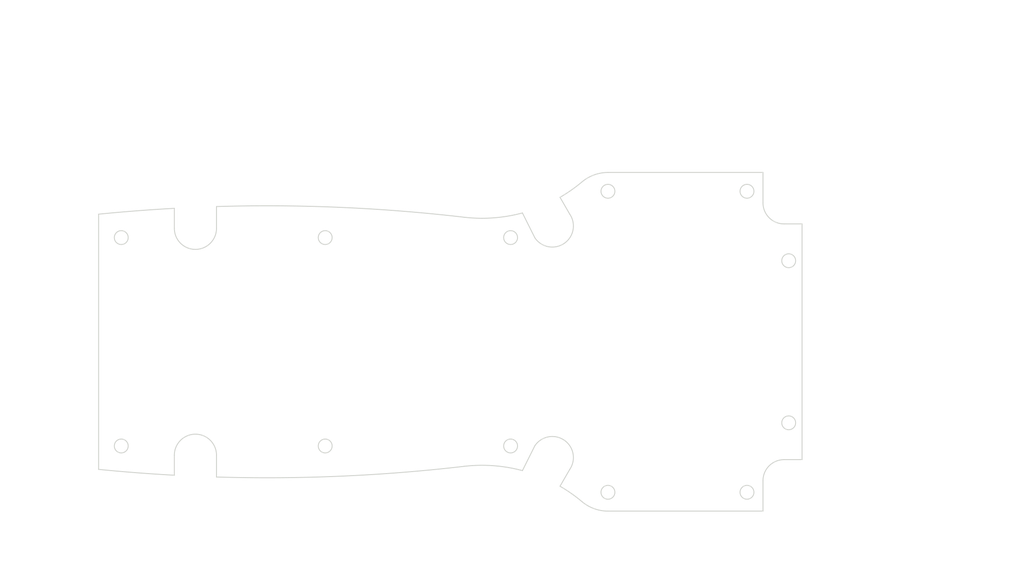
<source format=kicad_pcb>
(kicad_pcb (version 20221018) (generator pcbnew)

  (general
    (thickness 1.6)
  )

  (paper "A4")
  (layers
    (0 "F.Cu" signal)
    (31 "B.Cu" signal)
    (32 "B.Adhes" user "B.Adhesive")
    (33 "F.Adhes" user "F.Adhesive")
    (34 "B.Paste" user)
    (35 "F.Paste" user)
    (36 "B.SilkS" user "B.Silkscreen")
    (37 "F.SilkS" user "F.Silkscreen")
    (38 "B.Mask" user)
    (39 "F.Mask" user)
    (40 "Dwgs.User" user "User.Drawings")
    (41 "Cmts.User" user "User.Comments")
    (42 "Eco1.User" user "User.Eco1")
    (43 "Eco2.User" user "User.Eco2")
    (44 "Edge.Cuts" user)
    (45 "Margin" user)
    (46 "B.CrtYd" user "B.Courtyard")
    (47 "F.CrtYd" user "F.Courtyard")
    (48 "B.Fab" user)
    (49 "F.Fab" user)
  )

  (setup
    (pad_to_mask_clearance 0.051)
    (solder_mask_min_width 0.25)
    (pcbplotparams
      (layerselection 0x00010fc_ffffffff)
      (plot_on_all_layers_selection 0x0000000_00000000)
      (disableapertmacros false)
      (usegerberextensions false)
      (usegerberattributes false)
      (usegerberadvancedattributes false)
      (creategerberjobfile false)
      (dashed_line_dash_ratio 12.000000)
      (dashed_line_gap_ratio 3.000000)
      (svgprecision 4)
      (plotframeref false)
      (viasonmask false)
      (mode 1)
      (useauxorigin false)
      (hpglpennumber 1)
      (hpglpenspeed 20)
      (hpglpendiameter 15.000000)
      (dxfpolygonmode true)
      (dxfimperialunits true)
      (dxfusepcbnewfont true)
      (psnegative false)
      (psa4output false)
      (plotreference true)
      (plotvalue true)
      (plotinvisibletext false)
      (sketchpadsonfab false)
      (subtractmaskfromsilk false)
      (outputformat 1)
      (mirror false)
      (drillshape 1)
      (scaleselection 1)
      (outputdirectory "")
    )
  )

  (net 0 "")

  (gr_line (start 130.39065 82.328136) (end 130.39065 92.264342)
    (stroke (width 0.2) (type solid)) (layer "Dwgs.User") (tstamp 01abd3e6-8403-4230-81cb-85b24ad065e8))
  (gr_line (start 202.713876 42.90706) (end 176.713876 42.90706)
    (stroke (width 0.2) (type solid)) (layer "Dwgs.User") (tstamp 03af044e-0505-408c-9ccc-69c9ec1b1e42))
  (gr_line (start 115.713876 125.328136) (end 111.713876 125.328136)
    (stroke (width 0.2) (type solid)) (layer "Dwgs.User") (tstamp 045e5869-a340-446d-95f8-a7741f2e08a0))
  (gr_line (start 90.762015 127.328136) (end 80.665737 127.328136)
    (stroke (width 0.2) (type solid)) (layer "Dwgs.User") (tstamp 0ee3f000-e778-429c-b839-99927279daaf))
  (gr_line (start 212.963876 72.828136) (end 207.665737 72.828136)
    (stroke (width 0.2) (type solid)) (layer "Dwgs.User") (tstamp 0fa03bea-113e-4e73-a668-314ccbc92f91))
  (gr_line (start 223.713876 118.328136) (end 223.713876 100.560133)
    (stroke (width 0.2) (type solid)) (layer "Dwgs.User") (tstamp 1056923a-8696-443a-90b8-756d1c9f35b8))
  (gr_line (start 167.762015 77.828136) (end 162.463876 77.828136)
    (stroke (width 0.2) (type solid)) (layer "Dwgs.User") (tstamp 1352bee7-94b6-4ac7-bfc1-ea9f1f578cfa))
  (gr_line (start 90.762015 78.328136) (end 80.665737 78.328136)
    (stroke (width 0.2) (type solid)) (layer "Dwgs.User") (tstamp 174bf528-8ceb-446e-9bec-e2fa49817c46))
  (gr_line (start 64.831698 151.614245) (end 56.671969 151.614245)
    (stroke (width 0.2) (type solid)) (layer "Dwgs.User") (tstamp 17e0696a-a72e-4f74-8ee1-2383d6ad8504))
  (gr_line (start 209.165737 139.392421) (end 263.62832 139.392421)
    (stroke (width 0.2) (type solid)) (layer "Dwgs.User") (tstamp 19187607-c210-40fa-94af-84e15bb1d1f1))
  (gr_line (start 172.713876 135.328136) (end 176.713876 135.328136)
    (stroke (width 0.2) (type solid)) (layer "Dwgs.User") (tstamp 1a173200-9ffa-46bc-a3f4-92267e9addfb))
  (gr_line (start 247.072574 130.828136) (end 247.072574 99.343122)
    (stroke (width 0.2) (type solid)) (layer "Dwgs.User") (tstamp 1e2ba83e-c5d5-48d8-b9f8-272f79041b58))
  (gr_line (start 113.713876 77.328136) (end 113.713876 62.958497)
    (stroke (width 0.2) (type solid)) (layer "Dwgs.User") (tstamp 219f6dab-2c34-47d0-b385-e6f9298ae632))
  (gr_line (start 213.713876 83.328136) (end 213.713876 122.328136)
    (stroke (width 0.2) (type solid)) (layer "Dwgs.User") (tstamp 24283a95-2e8a-4be1-9500-6a0b007f13b8))
  (gr_line (start 85.713876 78.078136) (end 85.713876 83.376275)
    (stroke (width 0.2) (type solid)) (layer "Dwgs.User") (tstamp 24f0eb61-9dc9-48ce-8585-231e56abed3b))
  (gr_line (start 69.713876 78.328136) (end 69.713876 82.328136)
    (stroke (width 0.2) (type solid)) (layer "Dwgs.User") (tstamp 27c7d5a1-41c4-4b3a-9928-f15964fb1df2))
  (gr_line (start 216.596054 76.376275) (end 216.596054 29.125063)
    (stroke (width 0.2) (type solid)) (layer "Dwgs.User") (tstamp 2e3b2f83-af76-4b5d-9e24-18ebe3913100))
  (gr_line (start 247.072574 74.828136) (end 247.072574 92.228251)
    (stroke (width 0.2) (type solid)) (layer "Dwgs.User") (tstamp 2f73fd0b-c6ec-4e08-8641-c98dd4cb08c7))
  (gr_line (start 69.713876 77.328136) (end 69.713876 62.625164)
    (stroke (width 0.2) (type solid)) (layer "Dwgs.User") (tstamp 3075ad9c-9b13-4849-a43f-f1007d571a00))
  (gr_line (start 57.309264 77.274564) (end 57.309264 95.573437)
    (stroke (width 0.2) (type solid)) (layer "Dwgs.User") (tstamp 33e46bc1-185b-4f25-996b-b405ca79d63b))
  (gr_line (start 83.713876 151.614245) (end 66.831698 151.614245)
    (stroke (width 0.2) (type solid)) (layer "Dwgs.User") (tstamp 3502c5ab-2c0f-42f2-9cc1-f9d9b8825c69))
  (gr_line (start 87.041283 80.328136) (end 87.041283 93.531868)
    (stroke (width 0.2) (type solid)) (layer "Dwgs.User") (tstamp 3dc1e52c-1db5-4e50-95ea-e8bf14f7aa08))
  (gr_line (start 66.831698 32.300063) (end 136.006543 32.300063)
    (stroke (width 0.2) (type solid)) (layer "Dwgs.User") (tstamp 3f253e59-864d-43d7-af8c-d402ba57e6ad))
  (gr_line (start 260.45332 137.392421) (end 260.45332 111.508015)
    (stroke (width 0.2) (type solid)) (layer "Dwgs.User") (tstamp 4003e172-3845-4910-a7a3-e07f00730f59))
  (gr_line (start 148.69627 137.043591) (end 156.79443 137.043591)
    (stroke (width 0.2) (type solid)) (layer "Dwgs.User") (tstamp 488ffd8a-968d-416a-b00d-2415e2f6e41b))
  (gr_line (start 212.713876 134.078136) (end 212.713876 154.84339)
    (stroke (width 0.2) (type solid)) (layer "Dwgs.User") (tstamp 49284a1e-c5cf-4a99-850c-e7d5e6cd3533))
  (gr_line (start 153.713876 54.040393) (end 122.680233 54.040393)
    (stroke (width 0.2) (type solid)) (layer "Dwgs.User") (tstamp 49657131-c520-4107-9ff1-468cac20ae6e))
  (gr_line (start 206.713876 135.328136) (end 172.713876 135.328136)
    (stroke (width 0.2) (type solid)) (layer "Dwgs.User") (tstamp 498455b7-0b4a-470f-b359-a65c6c70bf85))
  (gr_line (start 69.713876 78.328136) (end 69.713876 127.328136)
    (stroke (width 0.2) (type solid)) (layer "Dwgs.User") (tstamp 499662cd-1e3c-4f57-bfd1-c5a1b982ed25))
  (gr_line (start 85.713876 122.279997) (end 85.713876 127.578136)
    (stroke (width 0.2) (type solid)) (layer "Dwgs.User") (tstamp 4aeec539-f374-4093-9aa4-81a6c3f531a8))
  (gr_line (start 64.831698 74.274564) (end 64.831698 29.125063)
    (stroke (width 0.2) (type solid)) (layer "Dwgs.User") (tstamp 4bd4d323-14da-4ae9-8b47-7d0b7bf55da9))
  (gr_line (start 213.713876 54.040393) (end 218.388966 54.040393)
    (stroke (width 0.2) (type solid)) (layer "Dwgs.User") (tstamp 4c4b13be-d37b-49f5-a74e-dd3eaf289a34))
  (gr_line (start 100.213876 132.192421) (end 44.402812 132.192421)
    (stroke (width 0.2) (type solid)) (layer "Dwgs.User") (tstamp 4ce75a8c-7a78-417a-8f40-67f29f150a95))
  (gr_line (start 204.713876 68.328136) (end 204.713876 72.328136)
    (stroke (width 0.2) (type solid)) (layer "Dwgs.User") (tstamp 5073bb44-fe4a-4cbf-83b0-4c41535abbe8))
  (gr_line (start 174.713876 137.328136) (end 174.713876 68.328136)
    (stroke (width 0.2) (type solid)) (layer "Dwgs.User") (tstamp 512840b9-c660-4340-8ade-e3c86a039fb9))
  (gr_line (start 64.831698 74.274564) (end 64.831698 62.625164)
    (stroke (width 0.2) (type solid)) (layer "Dwgs.User") (tstamp 51df3219-a0b2-4fef-80ab-80b09c07f9e9))
  (gr_line (start 212.713876 127.779997) (end 212.713876 133.078136)
    (stroke (width 0.2) (type solid)) (layer "Dwgs.User") (tstamp 531bd27a-3308-4619-9d2f-4fda2e9f1efc))
  (gr_line (start 71.713876 125.328136) (end 67.713876 125.328136)
    (stroke (width 0.2) (type solid)) (layer "Dwgs.User") (tstamp 534b917b-1d4d-4b1d-9266-c5107ef21545))
  (gr_line (start 204.713876 67.328136) (end 204.713876 39.73206)
    (stroke (width 0.2) (type solid)) (layer "Dwgs.User") (tstamp 55affcff-3fcc-42a3-b8d1-a4757212db27))
  (gr_line (start 260.45332 68.263851) (end 260.45332 104.391985)
    (stroke (width 0.2) (type solid)) (layer "Dwgs.User") (tstamp 57f3266a-1f26-4bc0-9cb5-4390344e2cb0))
  (gr_line (start 162.713876 77.578136) (end 162.713876 82.876275)
    (stroke (width 0.2) (type solid)) (layer "Dwgs.User") (tstamp 59579fc1-7a45-4bd5-8ffc-6b9e75c8ccb1))
  (gr_line (start 209.165737 66.263851) (end 263.62832 66.263851)
    (stroke (width 0.2) (type solid)) (layer "Dwgs.User") (tstamp 5cb3da9d-f635-477b-a55d-c8f5bb5056a0))
  (gr_line (start 214.596054 32.300063) (end 145.421209 32.300063)
    (stroke (width 0.2) (type solid)) (layer "Dwgs.User") (tstamp 5ceec936-9082-4657-bef3-a9fc70a2defd))
  (gr_line (start 156.79443 137.043591) (end 164.091015 125.684191)
    (stroke (width 0.2) (type solid)) (layer "Dwgs.User") (tstamp 5d9d6aae-4cdd-4187-8f82-a33064f7080a))
  (gr_line (start 64.581698 102.828136) (end 216.846054 102.828136)
    (stroke (width 0.2) (type solid)) (layer "Dwgs.User") (tstamp 61ebc4ce-1140-48d1-9a0e-e41a634ada4c))
  (gr_line (start 111.713876 66.133497) (end 95.758487 66.133497)
    (stroke (width 0.2) (type solid)) (layer "Dwgs.User") (tstamp 63380e91-8ea8-4190-9fc6-eb764d38bf74))
  (gr_line (start 115.713876 66.133497) (end 129.669265 66.133497)
    (stroke (width 0.2) (type solid)) (layer "Dwgs.User") (tstamp 6749f904-0672-46bd-a099-93ee96e19e60))
  (gr_line (start 164.376977 125.828136) (end 164.376977 99.886223)
    (stroke (width 0.2) (type solid)) (layer "Dwgs.User") (tstamp 6765e8b1-519a-436a-a863-f8247f2e500b))
  (gr_line (start 172.713876 54.040393) (end 155.713876 54.040393)
    (stroke (width 0.2) (type solid)) (layer "Dwgs.User") (tstamp 69555d74-57fd-4e31-bc2a-656f23ad94e9))
  (gr_line (start 160.713876 151.614245) (end 134.769787 151.614245)
    (stroke (width 0.2) (type solid)) (layer "Dwgs.User") (tstamp 6e97a8ba-bc14-418b-8910-5f9b233cabf9))
  (gr_line (start 153.713876 77.328136) (end 153.713876 50.865393)
    (stroke (width 0.2) (type solid)) (layer "Dwgs.User") (tstamp 71ab234f-89fd-4cbd-8db6-e21660e029a6))
  (gr_line (start 212.963876 132.828136) (end 207.665737 132.828136)
    (stroke (width 0.2) (type solid)) (layer "Dwgs.User") (tstamp 745d3d06-5993-42dd-ae71-25e42b90feb4))
  (gr_line (start 190.084812 133.328136) (end 190.084812 99.886223)
    (stroke (width 0.2) (type solid)) (layer "Dwgs.User") (tstamp 78ac88f0-c244-4d1a-8d7d-98497044a9e8))
  (gr_line (start 234.908259 79.376275) (end 234.908259 102.872025)
    (stroke (width 0.2) (type solid)) (layer "Dwgs.User") (tstamp 7a87ef86-8e5b-49ca-b5b0-6f93c21eac46))
  (gr_line (start 69.623876 125.328136) (end 69.803876 125.328136)
    (stroke (width 0.2) (type solid)) (layer "Dwgs.User") (tstamp 7f747fc0-6ee0-44b2-a003-6706223c6f83))
  (gr_line (start 167.762015 127.828136) (end 162.463876 127.828136)
    (stroke (width 0.2) (type solid)) (layer "Dwgs.User") (tstamp 84ba1428-346a-4934-ad72-11f8a3b7d87c))
  (gr_line (start 234.908259 126.279997) (end 234.908259 109.986896)
    (stroke (width 0.2) (type solid)) (layer "Dwgs.User") (tstamp 84d6bd88-9ed3-4422-aa4c-ca41a62711d2))
  (gr_line (start 47.577812 130.192421) (end 47.577812 110.595691)
    (stroke (width 0.2) (type solid)) (layer "Dwgs.User") (tstamp 88af1b2b-436c-47d3-aa28-50bfda7cb2f8))
  (gr_line (start 213.713876 72.828136) (end 250.247574 72.828136)
    (stroke (width 0.2) (type solid)) (layer "Dwgs.User") (tstamp 898449a0-16af-4fd0-b983-a29b62ea7c54))
  (gr_line (start 162.713876 122.779997) (end 162.713876 128.078136)
    (stroke (width 0.2) (type solid)) (layer "Dwgs.User") (tstamp 8ba3b951-e87d-40c7-8fc5-ea72aed865e4))
  (gr_line (start 174.713876 42.90706) (end 158.724548 42.90706)
    (stroke (width 0.2) (type solid)) (layer "Dwgs.User") (tstamp 8dce330f-a70c-4c12-8664-1521c8a4522f))
  (gr_line (start 162.713876 129.678336) (end 162.713876 154.789245)
    (stroke (width 0.2) (type solid)) (layer "Dwgs.User") (tstamp 8fcf941d-bccf-4e1b-b3a6-ed13d7594f45))
  (gr_line (start 153.713876 77.328136) (end 153.713876 62.958497)
    (stroke (width 0.2) (type solid)) (layer "Dwgs.User") (tstamp 92db88dc-f90a-40f7-9645-59eb7eb610e4))
  (gr_line (start 85.713876 128.578136) (end 85.713876 154.789245)
    (stroke (width 0.2) (type solid)) (layer "Dwgs.User") (tstamp 93515998-024d-4c7f-9436-12fb4dbe732a))
  (gr_line (start 174.713876 68.328136) (end 174.713876 72.328136)
    (stroke (width 0.2) (type solid)) (layer "Dwgs.User") (tstamp 95f9d744-274a-4957-8e77-4d992e34b76d))
  (gr_line (start 215.713876 120.328136) (end 211.713876 120.328136)
    (stroke (width 0.2) (type solid)) (layer "Dwgs.User") (tstamp 9ca736e3-0c40-4653-99dd-18b1c22497ee))
  (gr_line (start 113.713876 77.328136) (end 113.713876 62.958497)
    (stroke (width 0.2) (type solid)) (layer "Dwgs.User") (tstamp 9d5fb6a7-8f43-4b97-9fe8-cb34549575b9))
  (gr_line (start 206.713876 135.328136) (end 202.713876 135.328136)
    (stroke (width 0.2) (type solid)) (layer "Dwgs.User") (tstamp 9f71e450-394b-4b3b-a883-cdf103b1d47d))
  (gr_line (start 130.39065 123.328136) (end 130.39065 99.379213)
    (stroke (width 0.2) (type solid)) (layer "Dwgs.User") (tstamp a166c325-7458-46c8-a3df-50db250cd497))
  (gr_line (start 217.596054 77.376275) (end 238.083259 77.376275)
    (stroke (width 0.2) (type solid)) (layer "Dwgs.User") (tstamp a178c012-6590-4eb2-8734-7a473017df7b))
  (gr_line (start 213.713876 132.828136) (end 250.247574 132.828136)
    (stroke (width 0.2) (type solid)) (layer "Dwgs.User") (tstamp a22ca0a2-3edf-4415-b1a9-dcf479f796b2))
  (gr_line (start 210.713876 151.66839) (end 191.758487 151.66839)
    (stroke (width 0.2) (type solid)) (layer "Dwgs.User") (tstamp a73e9647-3df6-4af2-b0bf-d326f1771139))
  (gr_line (start 153.713876 78.328136) (end 153.713876 127.328136)
    (stroke (width 0.2) (type solid)) (layer "Dwgs.User") (tstamp a750612f-0655-42ef-9046-132de08589b0))
  (gr_line (start 67.713876 80.328136) (end 155.713876 80.328136)
    (stroke (width 0.2) (type solid)) (layer "Dwgs.User") (tstamp a93eaba9-c075-40a4-b925-243306c24de5))
  (gr_line (start 155.713876 125.328136) (end 151.713876 125.328136)
    (stroke (width 0.2) (type solid)) (layer "Dwgs.User") (tstamp aaa61e5d-7cb0-4d9a-a435-640f3ca3f6e2))
  (gr_line (start 174.713876 67.328136) (end 174.713876 39.73206)
    (stroke (width 0.2) (type solid)) (layer "Dwgs.User") (tstamp abcc731b-f913-4261-8cc6-805cd760682e))
  (gr_line (start 63.831698 75.274564) (end 54.134264 75.274564)
    (stroke (width 0.2) (type solid)) (layer "Dwgs.User") (tstamp adff2b9a-d1ee-48f3-bbaf-015045f160de))
  (gr_line (start 71.713876 66.133497) (end 87.669265 66.133497)
    (stroke (width 0.2) (type solid)) (layer "Dwgs.User") (tstamp b67ca7ad-a4c8-4884-9b65-9e671cbea78e))
  (gr_line (start 204.713876 68.328136) (end 204.713876 137.328136)
    (stroke (width 0.2) (type solid)) (layer "Dwgs.User") (tstamp ba61ffa3-93c8-4751-bf75-840c90736dee))
  (gr_line (start 217.596054 128.279997) (end 238.083259 128.279997)
    (stroke (width 0.2) (type solid)) (layer "Dwgs.User") (tstamp bcac52de-8feb-4a94-ad75-12c4f7fc0794))
  (gr_line (start 204.713876 67.328136) (end 204.713876 50.865393)
    (stroke (width 0.2) (type solid)) (layer "Dwgs.User") (tstamp bcf39ebd-bd62-4a08-84c2-28da585c18c4))
  (gr_line (start 153.713876 78.328136) (end 153.713876 82.328136)
    (stroke (width 0.2) (type solid)) (layer "Dwgs.User") (tstamp beef6f2b-896f-4d40-bc63-e4e065becb98))
  (gr_line (start 63.831698 130.381709) (end 54.134264 130.381709)
    (stroke (width 0.2) (type solid)) (layer "Dwgs.User") (tstamp c35f636d-6d39-40fd-be01-396713a918d8))
  (gr_line (start 162.713876 129.078136) (end 162.713876 154.84339)
    (stroke (width 0.2) (type solid)) (layer "Dwgs.User") (tstamp c4c41b52-5e7e-47c5-bb68-864cd5984add))
  (gr_line (start 100.213876 73.463851) (end 44.402812 73.463851)
    (stroke (width 0.2) (type solid)) (layer "Dwgs.User") (tstamp ccef389f-697d-4802-aa34-f21da350b8ad))
  (gr_line (start 67.713876 125.328136) (end 155.713876 125.328136)
    (stroke (width 0.2) (type solid)) (layer "Dwgs.User") (tstamp d003ae3a-c059-40b6-b40e-7f8d9b4efaf9))
  (gr_line (start 215.713876 85.328136) (end 211.713876 85.328136)
    (stroke (width 0.2) (type solid)) (layer "Dwgs.User") (tstamp d0f9ce64-c697-492b-b0a5-9e4819df6150))
  (gr_line (start 213.713876 82.328136) (end 213.713876 50.865393)
    (stroke (width 0.2) (type solid)) (layer "Dwgs.User") (tstamp d1c7e340-d748-4c72-858e-488a8f9f3bb6))
  (gr_line (start 151.713876 66.133497) (end 137.758487 66.133497)
    (stroke (width 0.2) (type solid)) (layer "Dwgs.User") (tstamp d3cfbb2b-b93d-4a53-80b5-91fd943f2bd5))
  (gr_line (start 69.713876 77.328136) (end 69.713876 62.958497)
    (stroke (width 0.2) (type solid)) (layer "Dwgs.User") (tstamp d4f3646d-c1a7-41b6-add7-e9cdac1c6322))
  (gr_line (start 206.713876 54.040393) (end 211.713876 54.040393)
    (stroke (width 0.2) (type solid)) (layer "Dwgs.User") (tstamp d5415cf3-da6e-470a-9452-8c6dfa88ad78))
  (gr_line (start 172.713876 70.328136) (end 206.713876 70.328136)
    (stroke (width 0.2) (type solid)) (layer "Dwgs.User") (tstamp d7106655-ef14-4c30-9a58-fd76a04b3268))
  (gr_line (start 69.713876 125.418136) (end 69.713876 125.238136)
    (stroke (width 0.2) (type solid)) (layer "Dwgs.User") (tstamp db82b6fa-5648-42c0-8502-69d29e6d5e35))
  (gr_line (start 174.713876 67.328136) (end 174.713876 50.865393)
    (stroke (width 0.2) (type solid)) (layer "Dwgs.User") (tstamp dcb4bf9b-607b-4542-83e4-2a139b98fa98))
  (gr_line (start 85.713876 129.178336) (end 85.713876 154.789245)
    (stroke (width 0.2) (type solid)) (layer "Dwgs.User") (tstamp ddd62cc9-6f02-4060-b94c-465a631f8702))
  (gr_line (start 87.713876 151.614245) (end 122.103551 151.614245)
    (stroke (width 0.2) (type solid)) (layer "Dwgs.User") (tstamp df6727cb-91fc-4a12-8994-d91fe5ed59be))
  (gr_line (start 47.577812 75.463851) (end 47.577812 103.479661)
    (stroke (width 0.2) (type solid)) (layer "Dwgs.User") (tstamp e57a5a09-a801-4bfb-852f-779ef4869b06))
  (gr_line (start 64.831698 131.381709) (end 64.831698 154.789245)
    (stroke (width 0.2) (type solid)) (layer "Dwgs.User") (tstamp e7e42db7-1a56-42c9-8694-614def84fb52))
  (gr_line (start 164.713876 151.66839) (end 183.669265 151.66839)
    (stroke (width 0.2) (type solid)) (layer "Dwgs.User") (tstamp ea3f31ac-0082-494f-ac57-320d1a380567))
  (gr_line (start 113.713876 78.328136) (end 113.713876 127.328136)
    (stroke (width 0.2) (type solid)) (layer "Dwgs.User") (tstamp ebbf0871-c7b6-4f0b-9d2e-a577eedbcb00))
  (gr_line (start 214.713876 85.328136) (end 226.888876 85.328136)
    (stroke (width 0.2) (type solid)) (layer "Dwgs.User") (tstamp ecb66d61-0a62-4e57-b20b-512eace7d1a4))
  (gr_line (start 223.713876 87.328136) (end 223.713876 93.444103)
    (stroke (width 0.2) (type solid)) (layer "Dwgs.User") (tstamp ed8c545a-6397-4d6e-8446-e0f741800a9a))
  (gr_line (start 212.713876 72.578136) (end 212.713876 77.876275)
    (stroke (width 0.2) (type solid)) (layer "Dwgs.User") (tstamp ef03d6ce-a038-40b9-8a90-d2963453f214))
  (gr_line (start 87.041283 125.328136) (end 87.041283 100.646738)
    (stroke (width 0.2) (type solid)) (layer "Dwgs.User") (tstamp f09451fa-c6f4-40c6-b8be-a65a0e9cf62f))
  (gr_line (start 115.713876 80.328136) (end 111.713876 80.328136)
    (stroke (width 0.2) (type solid)) (layer "Dwgs.User") (tstamp f0c67098-6a7c-498f-9844-bf63bdadacf0))
  (gr_line (start 190.084812 72.328136) (end 190.084812 92.771353)
    (stroke (width 0.2) (type solid)) (layer "Dwgs.User") (tstamp f77a0a68-3e8f-4d74-a742-8b365ddeab3e))
  (gr_line (start 62.831698 65.800164) (end 58.161246 65.800164)
    (stroke (width 0.2) (type solid)) (layer "Dwgs.User") (tstamp f7ce685c-ba99-4098-9e01-85aca88591ec))
  (gr_line (start 71.713876 65.800164) (end 73.713876 65.800164)
    (stroke (width 0.2) (type solid)) (layer "Dwgs.User") (tstamp f97b8e27-3170-4dbf-ad98-62be1d098c4b))
  (gr_line (start 164.376977 79.828136) (end 164.376977 92.771353)
    (stroke (width 0.2) (type solid)) (layer "Dwgs.User") (tstamp fafeb744-99fe-4f06-a849-ad1d8310854a))
  (gr_line (start 57.309264 128.381709) (end 57.309264 102.688308)
    (stroke (width 0.2) (type solid)) (layer "Dwgs.User") (tstamp fb2616c5-93eb-4c07-8335-c441e5e8158f))
  (gr_line (start 214.713876 120.328136) (end 226.888876 120.328136)
    (stroke (width 0.2) (type solid)) (layer "Dwgs.User") (tstamp fc29964b-09c6-4a96-b6c2-994e617e67f3))
  (gr_line (start 208.165737 139.392421) (end 208.165737 132.828136)
    (stroke (width 0.2) (type solid)) (layer "Edge.Cuts") (tstamp 001d3d41-26a9-42dd-af5a-72468124feb5))
  (gr_circle (center 213.713876 120.328136) (end 215.213876 120.328136)
    (stroke (width 0.2) (type solid)) (fill none) (layer "Edge.Cuts") (tstamp 04de4426-c336-41f7-8a99-fea9f5959c89))
  (gr_line (start 156.264425 75.008409) (end 158.950256 80.381709)
    (stroke (width 0.2) (type solid)) (layer "Edge.Cuts") (tstamp 0ba85549-297c-4b9e-a624-eb0bdc7d0ac7))
  (gr_arc (start 164.375899 134.021783) (mid 166.812507 135.579387) (end 169.105762 137.341254)
    (stroke (width 0.2) (type solid)) (layer "Edge.Cuts") (tstamp 1143600b-742d-4429-be8e-2a96ea3d7887))
  (gr_arc (start 174.740187 139.392421) (mid 171.742103 138.86368) (end 169.105762 137.341254)
    (stroke (width 0.2) (type solid)) (layer "Edge.Cuts") (tstamp 1d364ede-3930-449a-9596-05f1c413dbf7))
  (gr_circle (center 113.713876 80.328136) (end 115.213876 80.328136)
    (stroke (width 0.2) (type solid)) (fill none) (layer "Edge.Cuts") (tstamp 25f71e50-b73c-48f2-a188-37c87fa7f6db))
  (gr_arc (start 166.477496 75.274563) (mid 165.267449 81.591756) (end 158.950256 80.381709)
    (stroke (width 0.2) (type solid)) (layer "Edge.Cuts") (tstamp 270074fa-4225-448e-8bea-b48be53ed02e))
  (gr_arc (start 90.262015 73.62756) (mid 117.011433 73.804558) (end 143.676655 75.932618)
    (stroke (width 0.2) (type solid)) (layer "Edge.Cuts") (tstamp 2e7fe2e3-9186-4cc1-a4f0-7bdc9edcc8b5))
  (gr_line (start 81.165737 74.012723) (end 81.165737 78.328136)
    (stroke (width 0.2) (type solid)) (layer "Edge.Cuts") (tstamp 36ba8b31-b1a3-4079-bc53-5b0db0dba1f5))
  (gr_circle (center 174.713876 135.328136) (end 176.213876 135.328136)
    (stroke (width 0.2) (type solid)) (fill none) (layer "Edge.Cuts") (tstamp 3fd64e79-375a-4229-a7cd-7e5852ffa4e2))
  (gr_line (start 64.831698 130.381709) (end 64.831698 75.274564)
    (stroke (width 0.2) (type solid)) (layer "Edge.Cuts") (tstamp 436c90d9-aa7b-4436-835a-4a87b9cce847))
  (gr_arc (start 81.165737 131.643549) (mid 72.991664 131.103929) (end 64.831698 130.381709)
    (stroke (width 0.2) (type solid)) (layer "Edge.Cuts") (tstamp 466b878e-7dc0-48ab-961c-c096e072b7ef))
  (gr_arc (start 143.676655 129.723655) (mid 117.011433 131.851715) (end 90.262015 132.028713)
    (stroke (width 0.2) (type solid)) (layer "Edge.Cuts") (tstamp 48f27da3-d0ea-43a1-bc72-76e93471be9f))
  (gr_line (start 216.596054 128.279997) (end 216.596054 77.376275)
    (stroke (width 0.2) (type solid)) (layer "Edge.Cuts") (tstamp 4d12c265-aa7c-4fd1-a8cb-975a5149b83b))
  (gr_line (start 174.740187 66.263851) (end 208.165737 66.263851)
    (stroke (width 0.2) (type solid)) (layer "Edge.Cuts") (tstamp 5274934f-f329-4591-b774-f56caf9e50b5))
  (gr_line (start 212.713876 77.376275) (end 216.596054 77.376275)
    (stroke (width 0.2) (type solid)) (layer "Edge.Cuts") (tstamp 5720994f-df1e-42dd-87b0-d15278498229))
  (gr_arc (start 169.105762 68.315018) (mid 171.742103 66.792592) (end 174.740187 66.263851)
    (stroke (width 0.2) (type solid)) (layer "Edge.Cuts") (tstamp 58d15890-516a-43a2-b148-11714cf0a2ed))
  (gr_circle (center 153.713876 80.328136) (end 155.213876 80.328136)
    (stroke (width 0.2) (type solid)) (fill none) (layer "Edge.Cuts") (tstamp 5f60a334-f912-4a78-8a6d-fc5044958506))
  (gr_circle (center 113.713876 125.328136) (end 115.213876 125.328136)
    (stroke (width 0.2) (type solid)) (fill none) (layer "Edge.Cuts") (tstamp 6007fb22-dbcc-425b-9038-678eb21c07a1))
  (gr_arc (start 90.262015 78.328136) (mid 85.713876 82.876275) (end 81.165737 78.328136)
    (stroke (width 0.2) (type solid)) (layer "Edge.Cuts") (tstamp 63536e68-1fdd-436d-a6e7-6f496319f179))
  (gr_line (start 90.262015 127.328136) (end 90.262015 132.028713)
    (stroke (width 0.2) (type solid)) (layer "Edge.Cuts") (tstamp 6b514880-996a-4ec5-a41c-260e396c1c8e))
  (gr_line (start 208.165737 66.263851) (end 208.165737 72.828136)
    (stroke (width 0.2) (type solid)) (layer "Edge.Cuts") (tstamp 74945bdb-4ae7-46d9-bcf6-ac86aa52b799))
  (gr_circle (center 204.713876 70.328136) (end 206.213876 70.328136)
    (stroke (width 0.2) (type solid)) (fill none) (layer "Edge.Cuts") (tstamp 75eb267e-635e-4bc0-a701-ac021e6eddf3))
  (gr_line (start 90.262015 78.328136) (end 90.262015 73.62756)
    (stroke (width 0.2) (type solid)) (layer "Edge.Cuts") (tstamp 77aef5f5-4c34-46e6-8107-32139ac182ae))
  (gr_circle (center 69.713876 80.328136) (end 71.213876 80.328136)
    (stroke (width 0.2) (type solid)) (fill none) (layer "Edge.Cuts") (tstamp 7eb593ea-3b5a-4cef-95cd-2f159eb9d1de))
  (gr_line (start 81.165737 131.643549) (end 81.165737 127.328136)
    (stroke (width 0.2) (type solid)) (layer "Edge.Cuts") (tstamp 970e6a10-c1c3-489d-9cba-bc5e3582f8bb))
  (gr_line (start 166.477496 130.381709) (end 164.375898 134.021782)
    (stroke (width 0.2) (type solid)) (layer "Edge.Cuts") (tstamp 97c6d296-a7ea-4d11-9e98-130be40c6a45))
  (gr_arc (start 143.676656 129.723655) (mid 150.014442 129.58782) (end 156.264425 130.647864)
    (stroke (width 0.2) (type solid)) (layer "Edge.Cuts") (tstamp 991fa220-0ab3-469e-ade5-4bacb17e89f8))
  (gr_arc (start 156.264425 75.008409) (mid 150.014441 76.068453) (end 143.676655 75.932618)
    (stroke (width 0.2) (type solid)) (layer "Edge.Cuts") (tstamp 9bd11857-3a93-46b0-947a-c2d2422f79e3))
  (gr_circle (center 204.713876 135.328136) (end 206.213876 135.328136)
    (stroke (width 0.2) (type solid)) (fill none) (layer "Edge.Cuts") (tstamp a07d727f-12cc-46a4-92c4-083f187c7c64))
  (gr_arc (start 208.165737 132.828136) (mid 209.497856 129.612116) (end 212.713876 128.279997)
    (stroke (width 0.2) (type solid)) (layer "Edge.Cuts") (tstamp a49ed495-71f4-4ffb-99fd-44849e9499ad))
  (gr_arc (start 158.950256 125.274563) (mid 165.267449 124.064516) (end 166.477496 130.381709)
    (stroke (width 0.2) (type solid)) (layer "Edge.Cuts") (tstamp a56a3dec-9da0-4478-8fc7-7c2607d13005))
  (gr_circle (center 174.713876 70.328136) (end 176.213876 70.328136)
    (stroke (width 0.2) (type solid)) (fill none) (layer "Edge.Cuts") (tstamp aaa41896-3df4-49be-aeeb-8c55831cda29))
  (gr_line (start 156.264425 130.647864) (end 158.950256 125.274564)
    (stroke (width 0.2) (type solid)) (layer "Edge.Cuts") (tstamp b0b0ccd7-a13e-4ff5-a4de-a5cffc750191))
  (gr_arc (start 64.831698 75.274563) (mid 72.991664 74.552343) (end 81.165737 74.012723)
    (stroke (width 0.2) (type solid)) (layer "Edge.Cuts") (tstamp b1c2fe07-8518-4eef-b084-ea0189894a7e))
  (gr_arc (start 169.105761 68.315019) (mid 166.812506 70.076886) (end 164.375898 71.63449)
    (stroke (width 0.2) (type solid)) (layer "Edge.Cuts") (tstamp c887b8c5-1991-40b1-9e5a-dac6154927de))
  (gr_circle (center 213.713876 85.328136) (end 215.213876 85.328136)
    (stroke (width 0.2) (type solid)) (fill none) (layer "Edge.Cuts") (tstamp ceb5bc66-bf18-453a-8290-541f0c32c621))
  (gr_line (start 212.713876 128.279997) (end 216.596054 128.279997)
    (stroke (width 0.2) (type solid)) (layer "Edge.Cuts") (tstamp cfbf19f7-0f5a-4161-b596-3579d923a386))
  (gr_line (start 174.740187 139.392421) (end 208.165737 139.392421)
    (stroke (width 0.2) (type solid)) (layer "Edge.Cuts") (tstamp d061004c-9d5f-4792-8092-735c0984f918))
  (gr_circle (center 153.713876 125.328136) (end 155.213876 125.328136)
    (stroke (width 0.2) (type solid)) (fill none) (layer "Edge.Cuts") (tstamp d5fa579a-8d10-4dea-837d-e90d62294e07))
  (gr_arc (start 81.165737 127.328136) (mid 85.713876 122.779997) (end 90.262015 127.328136)
    (stroke (width 0.2) (type solid)) (layer "Edge.Cuts") (tstamp de2d3ce2-b593-4ea3-b595-7e3c5126ad8e))
  (gr_arc (start 212.713876 77.376275) (mid 209.497856 76.044156) (end 208.165737 72.828136)
    (stroke (width 0.2) (type solid)) (layer "Edge.Cuts") (tstamp e22242d3-c325-437b-b64e-42a84b702fe5))
  (gr_circle (center 69.713876 125.328136) (end 71.213876 125.328136)
    (stroke (width 0.2) (type solid)) (fill none) (layer "Edge.Cuts") (tstamp e9f41f7d-03b1-43fa-9db7-822cd2e06cea))
  (gr_line (start 166.477496 75.274564) (end 164.375898 71.63449)
    (stroke (width 0.2) (type solid)) (layer "Edge.Cuts") (tstamp f1694c43-520e-46fb-ac4c-727c3855adc2))
  (gr_text " 40.00" (at 133.713876 64.465523) (layer "Dwgs.User") (tstamp 02ea743f-5025-46c2-a0b8-8acf1245fafa)
    (effects (font (size 1.7 1.53) (thickness 0.2125)))
  )
  (gr_text "[R0.18]" (at 142.197327 138.933052) (layer "Dwgs.User") (tstamp 087e2618-ae67-4f0a-93bf-33a7ce49990e)
    (effects (font (size 1.7 1.53) (thickness 0.2125)))
  )
  (gr_text " 9.00" (at 221.773175 52.372419) (layer "Dwgs.User") (tstamp 0a60460a-2fa9-4b5c-b798-bdbb49aeea06)
    (effects (font (size 1.7 1.53) (thickness 0.2125)))
  )
  (gr_text " 20.88" (at 52.62272 149.946271) (layer "Dwgs.User") (tstamp 1d45b1c1-bda7-495e-86f5-7daec96d0c3f)
    (effects (font (size 1.7 1.53) (thickness 0.2125)))
  )
  (gr_text " 4.88" (at 54.772399 64.132189) (layer "Dwgs.User") (tstamp 257689b7-d361-4acb-a85e-97aa532fb2cc)
    (effects (font (size 1.7 1.53) (thickness 0.2125)))
  )
  (gr_text "[2.56]" (at 190.084812 98.218249) (layer "Dwgs.User") (tstamp 26b19456-230d-4074-9572-ce3a8913a7c0)
    (effects (font (size 1.7 1.53) (thickness 0.2125)))
  )
  (gr_text " 50.90" (at 234.908259 104.761486) (layer "Dwgs.User") (tstamp 2d1b338b-5dda-4816-a70a-9ee33928b5ba)
    (effects (font (size 1.7 1.53) (thickness 0.2125)))
  )
  (gr_text "[5.97]" (at 140.713876 34.189524) (layer "Dwgs.User") (tstamp 3459bfa6-496a-44f5-ac9c-ef8842a17127)
    (effects (font (size 1.7 1.53) (thickness 0.2125)))
  )
  (gr_text " 44.00" (at 91.713876 64.465523) (layer "Dwgs.User") (tstamp 3c91a731-de0d-4fc9-872a-200b61243dcd)
    (effects (font (size 1.7 1.53) (thickness 0.2125)))
  )
  (gr_text " 35.00" (at 223.713876 95.333564) (layer "Dwgs.User") (tstamp 4570353c-0e93-45e2-a2c3-ccdebcd988c4)
    (effects (font (size 1.7 1.53) (thickness 0.2125)))
  )
  (gr_text " 49.00" (at 87.041283 95.421329) (layer "Dwgs.User") (tstamp 49331190-97e0-4a0e-9ff1-81c14c3b4ffc)
    (effects (font (size 1.7 1.53) (thickness 0.2125)))
  )
  (gr_text "[1.97]" (at 187.713876 153.557851) (layer "Dwgs.User") (tstamp 4c3d40b7-ba43-48ac-a26a-9bfdaf951900)
    (effects (font (size 1.7 1.53) (thickness 0.2125)))
  )
  (gr_text "[3.03 in]" (at 128.436669 153.503706) (layer "Dwgs.User") (tstamp 4edc7438-62db-43f9-8f98-2feb8d7e136f)
    (effects (font (size 1.7 1.53) (thickness 0.2125)))
  )
  (gr_text " 55.11" (at 57.309264 97.462898) (layer "Dwgs.User") (tstamp 5303f92c-f9d6-4c6d-a776-e04e3a3e17bf)
    (effects (font (size 1.7 1.53) (thickness 0.2125)))
  )
  (gr_text "[.19]" (at 54.772399 67.689625) (layer "Dwgs.User") (tstamp 586a01dc-6e0d-4364-a36b-26e9a67462b3)
    (effects (font (size 1.7 1.53) (thickness 0.2125)))
  )
  (gr_text "[.83]" (at 118.635622 55.929854) (layer "Dwgs.User") (tstamp 5c422ca7-4afc-4dbe-aee0-5123f79ac8b4)
    (effects (font (size 1.7 1.53) (thickness 0.2125)))
  )
  (gr_text "[2.17]" (at 57.309264 101.020334) (layer "Dwgs.User") (tstamp 67bc134f-6e7c-483a-aaf9-7b8025684301)
    (effects (font (size 1.7 1.53) (thickness 0.2125)))
  )
  (gr_text "[2.36]" (at 247.072574 97.675148) (layer "Dwgs.User") (tstamp 6c4c5488-6fe2-4bfb-8650-3a5d489c8d24)
    (effects (font (size 1.7 1.53) (thickness 0.2125)))
  )
  (gr_text " 21.00" (at 118.635622 52.372419) (layer "Dwgs.User") (tstamp 6fb9b579-52cc-49db-adb1-0dec4bda5b1d)
    (effects (font (size 1.7 1.53) (thickness 0.2125)))
  )
  (gr_text "[1.73]" (at 91.713876 68.022958) (layer "Dwgs.User") (tstamp 7fe639f9-b6ce-46ee-a4ed-61152ba6363c)
    (effects (font (size 1.7 1.53) (thickness 0.2125)))
  )
  (gr_text "[.35]" (at 221.773175 55.929854) (layer "Dwgs.User") (tstamp 8908c1c8-8b8b-4253-895c-053dd9b1f333)
    (effects (font (size 1.7 1.53) (thickness 0.2125)))
  )
  (gr_text " 30.00" (at 154.679937 41.238506) (layer "Dwgs.User") (tstamp 89371e9d-fbe1-40db-b081-9e656bcf8744)
    (effects (font (size 1.7 1.53) (thickness 0.2125)))
  )
  (gr_text "[1.77]" (at 130.39065 97.711239) (layer "Dwgs.User") (tstamp 9ab93e50-2d09-4b31-99fa-619551baf897)
    (effects (font (size 1.7 1.53) (thickness 0.2125)))
  )
  (gr_text "[2.88]" (at 260.45332 109.839461) (layer "Dwgs.User") (tstamp a3dec415-7fd2-4a2a-9f03-c960e9a7ec5e)
    (effects (font (size 1.7 1.53) (thickness 0.2125)))
  )
  (gr_text " 50.00" (at 187.713876 150.000416) (layer "Dwgs.User") (tstamp a450afdd-0852-4349-b50c-c89f22454d3f)
    (effects (font (size 1.7 1.53) (thickness 0.2125)))
  )
  (gr_text " 151.76" (at 140.713876 30.632089) (layer "Dwgs.User") (tstamp a838fc25-bcb6-4c50-9020-59829a13608f)
    (effects (font (size 1.7 1.53) (thickness 0.2125)))
  )
  (gr_text "[1.97]" (at 164.376977 98.218249) (layer "Dwgs.User") (tstamp b68f094a-a1f8-4d14-8400-3102b0ed7361)
    (effects (font (size 1.7 1.53) (thickness 0.2125)))
  )
  (gr_text "[.82]" (at 52.62272 153.503706) (layer "Dwgs.User") (tstamp bda09a3a-4921-4848-b1a1-fb703697d522)
    (effects (font (size 1.7 1.53) (thickness 0.2125)))
  )
  (gr_text "[2.00]" (at 234.908259 108.318922) (layer "Dwgs.User") (tstamp c1065235-5e4b-45af-94b3-9b3909638142)
    (effects (font (size 1.7 1.53) (thickness 0.2125)))
  )
  (gr_text " 45.00" (at 130.39065 94.153803) (layer "Dwgs.User") (tstamp ca5608c2-f4c4-42c1-bb2a-eb9469430331)
    (effects (font (size 1.7 1.53) (thickness 0.2125)))
  )
  (gr_text " 58.73" (at 47.577812 105.369122) (layer "Dwgs.User") (tstamp d895125d-0807-4814-93d6-242ea1c5e6fb)
    (effects (font (size 1.7 1.53) (thickness 0.2125)))
  )
  (gr_text " 50.00" (at 164.376977 94.660814) (layer "Dwgs.User") (tstamp db1c8993-eb57-4892-acbb-8e17cbb6b442)
    (effects (font (size 1.7 1.53) (thickness 0.2125)))
  )
  (gr_text "[1.93]" (at 87.041283 98.978764) (layer "Dwgs.User") (tstamp db59048a-1b52-45cd-82b5-ee5035009286)
    (effects (font (size 1.7 1.53) (thickness 0.2125)))
  )
  (gr_text "[1.57]" (at 133.713876 68.022958) (layer "Dwgs.User") (tstamp dbe41f4e-8b90-4c4c-9383-c5eee9d0229b)
    (effects (font (size 1.7 1.53) (thickness 0.2125)))
  )
  (gr_text "[1.38]" (at 223.713876 98.891579) (layer "Dwgs.User") (tstamp dcafd21b-fd13-433a-b49a-66e62dff6867)
    (effects (font (size 1.7 1.53) (thickness 0.2125)))
  )
  (gr_text " 65.00" (at 190.084812 94.660814) (layer "Dwgs.User") (tstamp e27d1012-c2f4-400a-85f9-b5b6d12e139c)
    (effects (font (size 1.7 1.53) (thickness 0.2125)))
  )
  (gr_text " 77.00 mm" (at 128.436669 149.946271) (layer "Dwgs.User") (tstamp e2db84be-d712-40e4-a1d6-744be1233170)
    (effects (font (size 1.7 1.53) (thickness 0.2125)))
  )
  (gr_text "[2.31]" (at 47.577812 108.927137) (layer "Dwgs.User") (tstamp ef25463d-cac9-4dff-a5be-10ff934827eb)
    (effects (font (size 1.7 1.53) (thickness 0.2125)))
  )
  (gr_text " 73.13" (at 260.45332 106.281446) (layer "Dwgs.User") (tstamp f01267e5-4556-42c5-8263-698b10ef5ca0)
    (effects (font (size 1.7 1.53) (thickness 0.2125)))
  )
  (gr_text "[1.18]" (at 154.679937 44.796521) (layer "Dwgs.User") (tstamp f3239838-4eb2-45ad-89e7-4a05183645e9)
    (effects (font (size 1.7 1.53) (thickness 0.2125)))
  )
  (gr_text " R4.55(6X)" (at 142.197327 135.129198) (layer "Dwgs.User") (tstamp fc9e29e1-361d-4489-a9c9-3449791912ab)
    (effects (font (size 1.7 1.53) (thickness 0.2125)))
  )
  (gr_text " 60.00" (at 247.072574 94.117712) (layer "Dwgs.User") (tstamp fe0af5ed-fdca-4934-94fb-e6f328866950)
    (effects (font (size 1.7 1.53) (thickness 0.2125)))
  )

)

</source>
